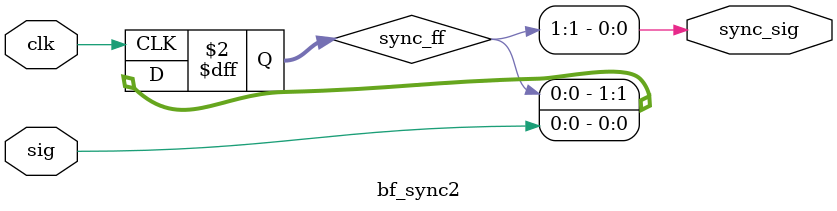
<source format=v>
module EF_GPIO8 (
    input  wire         clk,
    input  wire         rst_n,
    input  wire [7:0]   io_in,
    output wire [7:0]   bus_in,
    output wire [7:0]   io_out,
    input  wire [7:0]   bus_out,
    output wire [7:0]   io_oe,
    input  wire [7:0]   bus_oe,

    output wire pin0_hi,
    output wire pin1_hi,
    output wire pin2_hi,
    output wire pin3_hi,
    output wire pin4_hi,
    output wire pin5_hi,
    output wire pin6_hi,
    output wire pin7_hi,
    
    output wire pin0_lo,
    output wire pin1_lo,
    output wire pin2_lo,
    output wire pin3_lo,
    output wire pin4_lo,
    output wire pin5_lo,
    output wire pin6_lo,
    output wire pin7_lo,

    output wire pin0_pe,
    output wire pin1_pe,
    output wire pin2_pe,
    output wire pin3_pe,
    output wire pin4_pe,
    output wire pin5_pe,
    output wire pin6_pe,
    output wire pin7_pe,

    output wire pin0_ne,
    output wire pin1_ne,
    output wire pin2_ne,
    output wire pin3_ne,
    output wire pin4_ne,
    output wire pin5_ne,
    output wire pin6_ne,
    output wire pin7_ne
    
);
    wire [7:0] sync_io_in;

    bf_sync2 synchronizer[7:0] (.clk(clk), .sig(io_in), .sync_sig(sync_io_in));
    
    assign bus_in = sync_io_in;
    assign io_out = bus_out;
    assign io_oe  = bus_oe;


    assign pin0_hi = (io_in[0] == 1'b1);

    assign pin0_lo = (io_in[0] == 1'b0);

    edge_detect_pe ped_0 (.clk(clk), .rst_n(rst_n), .sig(sync_io_in[0]), .pe(pin0_pe));

    edge_detect_ne ned_0 (.clk(clk), .rst_n(rst_n), .sig(sync_io_in[0]), .ne(pin0_ne));

    

endmodule

module edge_detect_pe(
    input wire clk,
    input wire rst_n,
    input wire sig,
    output wire pe
);
    reg sig_delayed;
    always @(posedge clk or negedge rst_n)
        if(!rst_n) 
            sig_delayed <= 1'b0;
        else
            sig_delayed <= sig;
            
    assign pe = ~sig_delayed & sig;

endmodule

module edge_detect_ne(
    input wire clk,
    input wire rst_n,
    input wire sig,
    output wire ne
);
    reg sig_delayed;
    always @(posedge clk or negedge rst_n)
        if(!rst_n) 
            sig_delayed <= 1'b0;
        else
            sig_delayed <= sig;
            
    assign ne = sig_delayed & ~sig;

endmodule

module bf_sync2(
    input wire clk,
    input wire sig,
    output wire sync_sig    
);
    reg[1:0] sync_ff;
    always @(posedge clk)
        sync_ff <= {sync_ff[0], sig};
    
    assign sync_sig = sync_ff[1];

endmodule

</source>
